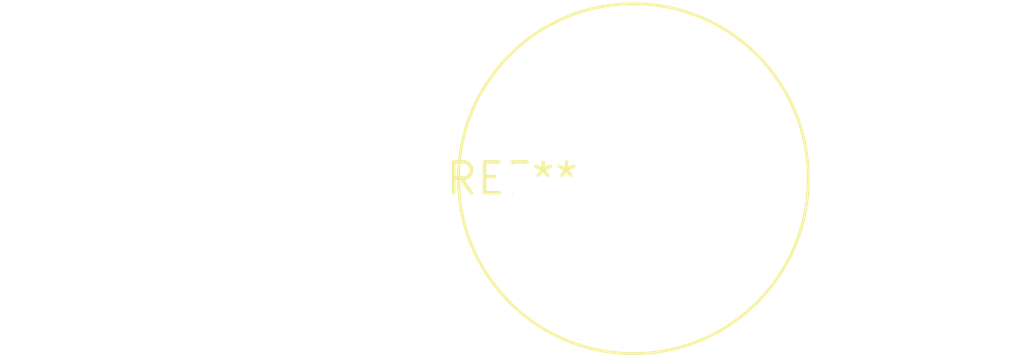
<source format=kicad_pcb>
(kicad_pcb (version 20240108) (generator pcbnew)
  (layers (0 "F.Cu" signal) (31 "B.Cu" signal) (34 "B.Paste" user) (35 "F.Paste" user) (36 "B.SilkS" user "B.Silkscreen") (37 "F.SilkS" user "F.Silkscreen") (38 "B.Mask" user) (39 "F.Mask" user) (44 "Edge.Cuts" user))
  (net 0 "")
  (footprint "L_Radial_D14.2mm_P10.00mm_Neosid_SD14" (layer "F.Cu") (at 0 0)
    (property "Reference" "REF**")
    (property "Value" "L_Radial_D14.2mm_P10.00mm_Neosid_SD14")
    (fp_circle (center 5 0) (end 12.22 0) (layer "F.SilkS") (stroke (width 0.12)) (fill none))
    (pad "1" thru_hole circle (at 0 0) (size 2.4 2.4) (drill 1.2) (layers *.Cu *.Mask) (remove_unused_layers))
    (pad "2" thru_hole circle (at 10 0) (size 2.4 2.4) (drill 1.2) (layers *.Cu *.Mask) (remove_unused_layers))
  )
)
</source>
